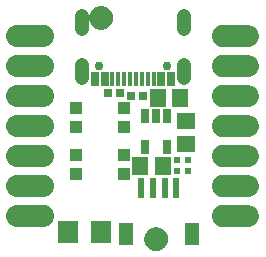
<source format=gbr>
G04 EAGLE Gerber RS-274X export*
G75*
%MOMM*%
%FSLAX34Y34*%
%LPD*%
%INSoldermask Top*%
%IPPOS*%
%AMOC8*
5,1,8,0,0,1.08239X$1,22.5*%
G01*
%ADD10C,1.101600*%
%ADD11C,0.469900*%
%ADD12R,1.341600X1.601600*%
%ADD13R,1.001600X1.001600*%
%ADD14R,0.676600X1.251600*%
%ADD15R,0.376600X1.251600*%
%ADD16C,1.209600*%
%ADD17C,0.751600*%
%ADD18R,0.701600X0.701600*%
%ADD19C,1.879600*%
%ADD20C,1.879600*%
%ADD21R,0.601600X1.651600*%
%ADD22R,1.301600X1.901600*%
%ADD23R,0.651600X1.301600*%
%ADD24R,0.601600X0.601600*%
%ADD25R,1.601600X1.341600*%
%ADD26R,1.701600X1.901600*%


D10*
X-46609Y187325D03*
D11*
X-46609Y194825D02*
X-46790Y194823D01*
X-46971Y194816D01*
X-47152Y194805D01*
X-47333Y194790D01*
X-47513Y194770D01*
X-47693Y194746D01*
X-47872Y194718D01*
X-48050Y194685D01*
X-48227Y194648D01*
X-48404Y194607D01*
X-48579Y194562D01*
X-48754Y194512D01*
X-48927Y194458D01*
X-49098Y194400D01*
X-49269Y194338D01*
X-49437Y194271D01*
X-49604Y194201D01*
X-49770Y194127D01*
X-49933Y194048D01*
X-50094Y193966D01*
X-50254Y193880D01*
X-50411Y193790D01*
X-50566Y193696D01*
X-50719Y193599D01*
X-50869Y193497D01*
X-51017Y193393D01*
X-51163Y193284D01*
X-51305Y193173D01*
X-51445Y193057D01*
X-51582Y192939D01*
X-51717Y192817D01*
X-51848Y192692D01*
X-51976Y192564D01*
X-52101Y192433D01*
X-52223Y192298D01*
X-52341Y192161D01*
X-52457Y192021D01*
X-52568Y191879D01*
X-52677Y191733D01*
X-52781Y191585D01*
X-52883Y191435D01*
X-52980Y191282D01*
X-53074Y191127D01*
X-53164Y190970D01*
X-53250Y190810D01*
X-53332Y190649D01*
X-53411Y190486D01*
X-53485Y190320D01*
X-53555Y190153D01*
X-53622Y189985D01*
X-53684Y189814D01*
X-53742Y189643D01*
X-53796Y189470D01*
X-53846Y189295D01*
X-53891Y189120D01*
X-53932Y188943D01*
X-53969Y188766D01*
X-54002Y188588D01*
X-54030Y188409D01*
X-54054Y188229D01*
X-54074Y188049D01*
X-54089Y187868D01*
X-54100Y187687D01*
X-54107Y187506D01*
X-54109Y187325D01*
X-46609Y194825D02*
X-46428Y194823D01*
X-46247Y194816D01*
X-46066Y194805D01*
X-45885Y194790D01*
X-45705Y194770D01*
X-45525Y194746D01*
X-45346Y194718D01*
X-45168Y194685D01*
X-44991Y194648D01*
X-44814Y194607D01*
X-44639Y194562D01*
X-44464Y194512D01*
X-44291Y194458D01*
X-44120Y194400D01*
X-43949Y194338D01*
X-43781Y194271D01*
X-43614Y194201D01*
X-43448Y194127D01*
X-43285Y194048D01*
X-43124Y193966D01*
X-42964Y193880D01*
X-42807Y193790D01*
X-42652Y193696D01*
X-42499Y193599D01*
X-42349Y193497D01*
X-42201Y193393D01*
X-42055Y193284D01*
X-41913Y193173D01*
X-41773Y193057D01*
X-41636Y192939D01*
X-41501Y192817D01*
X-41370Y192692D01*
X-41242Y192564D01*
X-41117Y192433D01*
X-40995Y192298D01*
X-40877Y192161D01*
X-40761Y192021D01*
X-40650Y191879D01*
X-40541Y191733D01*
X-40437Y191585D01*
X-40335Y191435D01*
X-40238Y191282D01*
X-40144Y191127D01*
X-40054Y190970D01*
X-39968Y190810D01*
X-39886Y190649D01*
X-39807Y190486D01*
X-39733Y190320D01*
X-39663Y190153D01*
X-39596Y189985D01*
X-39534Y189814D01*
X-39476Y189643D01*
X-39422Y189470D01*
X-39372Y189295D01*
X-39327Y189120D01*
X-39286Y188943D01*
X-39249Y188766D01*
X-39216Y188588D01*
X-39188Y188409D01*
X-39164Y188229D01*
X-39144Y188049D01*
X-39129Y187868D01*
X-39118Y187687D01*
X-39111Y187506D01*
X-39109Y187325D01*
X-39111Y187144D01*
X-39118Y186963D01*
X-39129Y186782D01*
X-39144Y186601D01*
X-39164Y186421D01*
X-39188Y186241D01*
X-39216Y186062D01*
X-39249Y185884D01*
X-39286Y185707D01*
X-39327Y185530D01*
X-39372Y185355D01*
X-39422Y185180D01*
X-39476Y185007D01*
X-39534Y184836D01*
X-39596Y184665D01*
X-39663Y184497D01*
X-39733Y184330D01*
X-39807Y184164D01*
X-39886Y184001D01*
X-39968Y183840D01*
X-40054Y183680D01*
X-40144Y183523D01*
X-40238Y183368D01*
X-40335Y183215D01*
X-40437Y183065D01*
X-40541Y182917D01*
X-40650Y182771D01*
X-40761Y182629D01*
X-40877Y182489D01*
X-40995Y182352D01*
X-41117Y182217D01*
X-41242Y182086D01*
X-41370Y181958D01*
X-41501Y181833D01*
X-41636Y181711D01*
X-41773Y181593D01*
X-41913Y181477D01*
X-42055Y181366D01*
X-42201Y181257D01*
X-42349Y181153D01*
X-42499Y181051D01*
X-42652Y180954D01*
X-42807Y180860D01*
X-42964Y180770D01*
X-43124Y180684D01*
X-43285Y180602D01*
X-43448Y180523D01*
X-43614Y180449D01*
X-43781Y180379D01*
X-43949Y180312D01*
X-44120Y180250D01*
X-44291Y180192D01*
X-44464Y180138D01*
X-44639Y180088D01*
X-44814Y180043D01*
X-44991Y180002D01*
X-45168Y179965D01*
X-45346Y179932D01*
X-45525Y179904D01*
X-45705Y179880D01*
X-45885Y179860D01*
X-46066Y179845D01*
X-46247Y179834D01*
X-46428Y179827D01*
X-46609Y179825D01*
X-46790Y179827D01*
X-46971Y179834D01*
X-47152Y179845D01*
X-47333Y179860D01*
X-47513Y179880D01*
X-47693Y179904D01*
X-47872Y179932D01*
X-48050Y179965D01*
X-48227Y180002D01*
X-48404Y180043D01*
X-48579Y180088D01*
X-48754Y180138D01*
X-48927Y180192D01*
X-49098Y180250D01*
X-49269Y180312D01*
X-49437Y180379D01*
X-49604Y180449D01*
X-49770Y180523D01*
X-49933Y180602D01*
X-50094Y180684D01*
X-50254Y180770D01*
X-50411Y180860D01*
X-50566Y180954D01*
X-50719Y181051D01*
X-50869Y181153D01*
X-51017Y181257D01*
X-51163Y181366D01*
X-51305Y181477D01*
X-51445Y181593D01*
X-51582Y181711D01*
X-51717Y181833D01*
X-51848Y181958D01*
X-51976Y182086D01*
X-52101Y182217D01*
X-52223Y182352D01*
X-52341Y182489D01*
X-52457Y182629D01*
X-52568Y182771D01*
X-52677Y182917D01*
X-52781Y183065D01*
X-52883Y183215D01*
X-52980Y183368D01*
X-53074Y183523D01*
X-53164Y183680D01*
X-53250Y183840D01*
X-53332Y184001D01*
X-53411Y184164D01*
X-53485Y184330D01*
X-53555Y184497D01*
X-53622Y184665D01*
X-53684Y184836D01*
X-53742Y185007D01*
X-53796Y185180D01*
X-53846Y185355D01*
X-53891Y185530D01*
X-53932Y185707D01*
X-53969Y185884D01*
X-54002Y186062D01*
X-54030Y186241D01*
X-54054Y186421D01*
X-54074Y186601D01*
X-54089Y186782D01*
X-54100Y186963D01*
X-54107Y187144D01*
X-54109Y187325D01*
D12*
X5436Y61722D03*
X-13564Y61722D03*
X20295Y119761D03*
X1295Y119761D03*
D13*
X-68125Y55500D03*
X-68125Y71500D03*
X-27125Y71500D03*
X-27125Y55500D03*
D14*
X12315Y136000D03*
X4315Y136000D03*
D15*
X-2185Y136000D03*
X-7185Y136000D03*
X-12185Y136000D03*
X-17185Y136000D03*
X-22185Y136000D03*
X-27185Y136000D03*
X-32185Y136000D03*
X-37185Y136000D03*
D14*
X-43685Y136000D03*
X-51685Y136000D03*
D16*
X23515Y178010D02*
X23515Y189090D01*
X-62885Y189090D02*
X-62885Y178010D01*
X-62885Y147290D02*
X-62885Y136210D01*
X23515Y136210D02*
X23515Y147290D01*
D17*
X-48585Y146750D03*
X9215Y146750D03*
D18*
X-40640Y123444D03*
X-30480Y123444D03*
X-20955Y121666D03*
X-10795Y121666D03*
D19*
X-95885Y172085D03*
X-95885Y146685D03*
X-95885Y121285D03*
X-95885Y95885D03*
X-95885Y70485D03*
X-95885Y45085D03*
X-95885Y19685D03*
D20*
X-99695Y172085D02*
X-117475Y172085D01*
X-117475Y146685D02*
X-99695Y146685D01*
X-99695Y121285D02*
X-117475Y121285D01*
X-117475Y95885D02*
X-99695Y95885D01*
X-99695Y70485D02*
X-117475Y70485D01*
X-117475Y45085D02*
X-99695Y45085D01*
X-99695Y19685D02*
X-117475Y19685D01*
D21*
X-2841Y43301D03*
X7159Y43301D03*
X-12841Y43301D03*
X17159Y43301D03*
D22*
X-25841Y4301D03*
X30159Y4301D03*
D23*
X9500Y104060D03*
X0Y104060D03*
X-9500Y104060D03*
X-9500Y78058D03*
X9500Y78058D03*
D24*
X27352Y57857D03*
X27352Y66857D03*
X17352Y66857D03*
X17352Y57857D03*
D19*
X56515Y19685D03*
X56515Y45085D03*
X56515Y70485D03*
X56515Y95885D03*
X56515Y121285D03*
X56515Y146685D03*
X56515Y172085D03*
D20*
X60325Y19685D02*
X78105Y19685D01*
X78105Y45085D02*
X60325Y45085D01*
X60325Y70485D02*
X78105Y70485D01*
X78105Y95885D02*
X60325Y95885D01*
X60325Y121285D02*
X78105Y121285D01*
X78105Y146685D02*
X60325Y146685D01*
X60325Y172085D02*
X78105Y172085D01*
D10*
X0Y0D03*
D11*
X0Y7500D02*
X-181Y7498D01*
X-362Y7491D01*
X-543Y7480D01*
X-724Y7465D01*
X-904Y7445D01*
X-1084Y7421D01*
X-1263Y7393D01*
X-1441Y7360D01*
X-1618Y7323D01*
X-1795Y7282D01*
X-1970Y7237D01*
X-2145Y7187D01*
X-2318Y7133D01*
X-2489Y7075D01*
X-2660Y7013D01*
X-2828Y6946D01*
X-2995Y6876D01*
X-3161Y6802D01*
X-3324Y6723D01*
X-3485Y6641D01*
X-3645Y6555D01*
X-3802Y6465D01*
X-3957Y6371D01*
X-4110Y6274D01*
X-4260Y6172D01*
X-4408Y6068D01*
X-4554Y5959D01*
X-4696Y5848D01*
X-4836Y5732D01*
X-4973Y5614D01*
X-5108Y5492D01*
X-5239Y5367D01*
X-5367Y5239D01*
X-5492Y5108D01*
X-5614Y4973D01*
X-5732Y4836D01*
X-5848Y4696D01*
X-5959Y4554D01*
X-6068Y4408D01*
X-6172Y4260D01*
X-6274Y4110D01*
X-6371Y3957D01*
X-6465Y3802D01*
X-6555Y3645D01*
X-6641Y3485D01*
X-6723Y3324D01*
X-6802Y3161D01*
X-6876Y2995D01*
X-6946Y2828D01*
X-7013Y2660D01*
X-7075Y2489D01*
X-7133Y2318D01*
X-7187Y2145D01*
X-7237Y1970D01*
X-7282Y1795D01*
X-7323Y1618D01*
X-7360Y1441D01*
X-7393Y1263D01*
X-7421Y1084D01*
X-7445Y904D01*
X-7465Y724D01*
X-7480Y543D01*
X-7491Y362D01*
X-7498Y181D01*
X-7500Y0D01*
X0Y7500D02*
X181Y7498D01*
X362Y7491D01*
X543Y7480D01*
X724Y7465D01*
X904Y7445D01*
X1084Y7421D01*
X1263Y7393D01*
X1441Y7360D01*
X1618Y7323D01*
X1795Y7282D01*
X1970Y7237D01*
X2145Y7187D01*
X2318Y7133D01*
X2489Y7075D01*
X2660Y7013D01*
X2828Y6946D01*
X2995Y6876D01*
X3161Y6802D01*
X3324Y6723D01*
X3485Y6641D01*
X3645Y6555D01*
X3802Y6465D01*
X3957Y6371D01*
X4110Y6274D01*
X4260Y6172D01*
X4408Y6068D01*
X4554Y5959D01*
X4696Y5848D01*
X4836Y5732D01*
X4973Y5614D01*
X5108Y5492D01*
X5239Y5367D01*
X5367Y5239D01*
X5492Y5108D01*
X5614Y4973D01*
X5732Y4836D01*
X5848Y4696D01*
X5959Y4554D01*
X6068Y4408D01*
X6172Y4260D01*
X6274Y4110D01*
X6371Y3957D01*
X6465Y3802D01*
X6555Y3645D01*
X6641Y3485D01*
X6723Y3324D01*
X6802Y3161D01*
X6876Y2995D01*
X6946Y2828D01*
X7013Y2660D01*
X7075Y2489D01*
X7133Y2318D01*
X7187Y2145D01*
X7237Y1970D01*
X7282Y1795D01*
X7323Y1618D01*
X7360Y1441D01*
X7393Y1263D01*
X7421Y1084D01*
X7445Y904D01*
X7465Y724D01*
X7480Y543D01*
X7491Y362D01*
X7498Y181D01*
X7500Y0D01*
X7498Y-181D01*
X7491Y-362D01*
X7480Y-543D01*
X7465Y-724D01*
X7445Y-904D01*
X7421Y-1084D01*
X7393Y-1263D01*
X7360Y-1441D01*
X7323Y-1618D01*
X7282Y-1795D01*
X7237Y-1970D01*
X7187Y-2145D01*
X7133Y-2318D01*
X7075Y-2489D01*
X7013Y-2660D01*
X6946Y-2828D01*
X6876Y-2995D01*
X6802Y-3161D01*
X6723Y-3324D01*
X6641Y-3485D01*
X6555Y-3645D01*
X6465Y-3802D01*
X6371Y-3957D01*
X6274Y-4110D01*
X6172Y-4260D01*
X6068Y-4408D01*
X5959Y-4554D01*
X5848Y-4696D01*
X5732Y-4836D01*
X5614Y-4973D01*
X5492Y-5108D01*
X5367Y-5239D01*
X5239Y-5367D01*
X5108Y-5492D01*
X4973Y-5614D01*
X4836Y-5732D01*
X4696Y-5848D01*
X4554Y-5959D01*
X4408Y-6068D01*
X4260Y-6172D01*
X4110Y-6274D01*
X3957Y-6371D01*
X3802Y-6465D01*
X3645Y-6555D01*
X3485Y-6641D01*
X3324Y-6723D01*
X3161Y-6802D01*
X2995Y-6876D01*
X2828Y-6946D01*
X2660Y-7013D01*
X2489Y-7075D01*
X2318Y-7133D01*
X2145Y-7187D01*
X1970Y-7237D01*
X1795Y-7282D01*
X1618Y-7323D01*
X1441Y-7360D01*
X1263Y-7393D01*
X1084Y-7421D01*
X904Y-7445D01*
X724Y-7465D01*
X543Y-7480D01*
X362Y-7491D01*
X181Y-7498D01*
X0Y-7500D01*
X-181Y-7498D01*
X-362Y-7491D01*
X-543Y-7480D01*
X-724Y-7465D01*
X-904Y-7445D01*
X-1084Y-7421D01*
X-1263Y-7393D01*
X-1441Y-7360D01*
X-1618Y-7323D01*
X-1795Y-7282D01*
X-1970Y-7237D01*
X-2145Y-7187D01*
X-2318Y-7133D01*
X-2489Y-7075D01*
X-2660Y-7013D01*
X-2828Y-6946D01*
X-2995Y-6876D01*
X-3161Y-6802D01*
X-3324Y-6723D01*
X-3485Y-6641D01*
X-3645Y-6555D01*
X-3802Y-6465D01*
X-3957Y-6371D01*
X-4110Y-6274D01*
X-4260Y-6172D01*
X-4408Y-6068D01*
X-4554Y-5959D01*
X-4696Y-5848D01*
X-4836Y-5732D01*
X-4973Y-5614D01*
X-5108Y-5492D01*
X-5239Y-5367D01*
X-5367Y-5239D01*
X-5492Y-5108D01*
X-5614Y-4973D01*
X-5732Y-4836D01*
X-5848Y-4696D01*
X-5959Y-4554D01*
X-6068Y-4408D01*
X-6172Y-4260D01*
X-6274Y-4110D01*
X-6371Y-3957D01*
X-6465Y-3802D01*
X-6555Y-3645D01*
X-6641Y-3485D01*
X-6723Y-3324D01*
X-6802Y-3161D01*
X-6876Y-2995D01*
X-6946Y-2828D01*
X-7013Y-2660D01*
X-7075Y-2489D01*
X-7133Y-2318D01*
X-7187Y-2145D01*
X-7237Y-1970D01*
X-7282Y-1795D01*
X-7323Y-1618D01*
X-7360Y-1441D01*
X-7393Y-1263D01*
X-7421Y-1084D01*
X-7445Y-904D01*
X-7465Y-724D01*
X-7480Y-543D01*
X-7491Y-362D01*
X-7498Y-181D01*
X-7500Y0D01*
D25*
X25654Y80924D03*
X25654Y99924D03*
D26*
X-46325Y5715D03*
X-74325Y5715D03*
D13*
X-68125Y94870D03*
X-68125Y110870D03*
X-27125Y110870D03*
X-27125Y94870D03*
M02*

</source>
